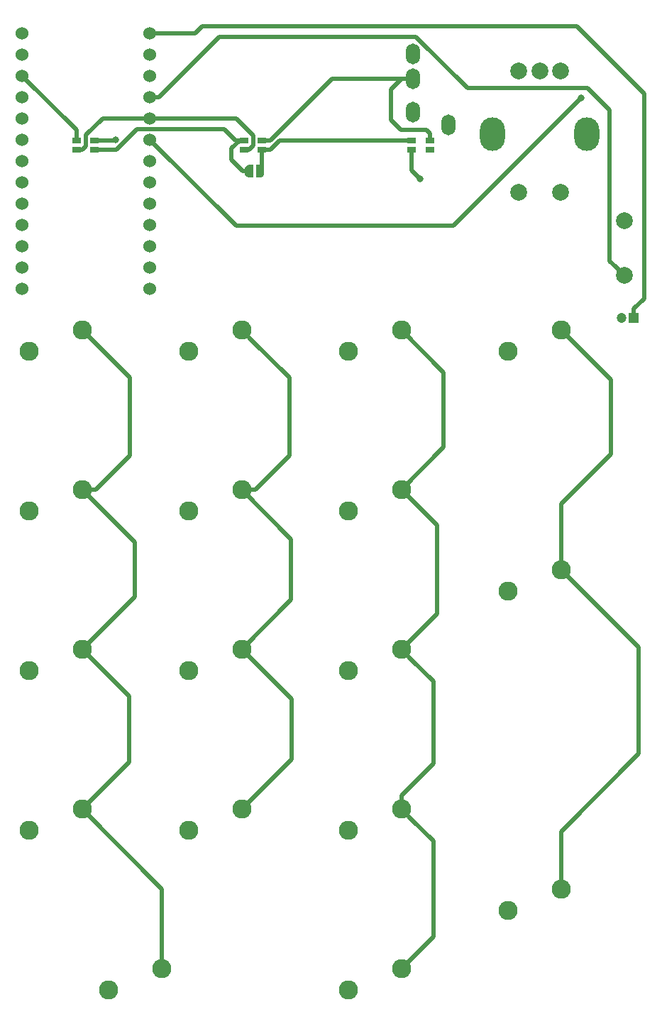
<source format=gtl>
G04 #@! TF.GenerationSoftware,KiCad,Pcbnew,(5.1.5)-3*
G04 #@! TF.CreationDate,2020-10-10T23:35:22+09:00*
G04 #@! TF.ProjectId,Pistachio_MacroPad,50697374-6163-4686-996f-5f4d6163726f,rev?*
G04 #@! TF.SameCoordinates,Original*
G04 #@! TF.FileFunction,Copper,L1,Top*
G04 #@! TF.FilePolarity,Positive*
%FSLAX46Y46*%
G04 Gerber Fmt 4.6, Leading zero omitted, Abs format (unit mm)*
G04 Created by KiCad (PCBNEW (5.1.5)-3) date 2020-10-10 23:35:22*
%MOMM*%
%LPD*%
G04 APERTURE LIST*
%ADD10C,2.286000*%
%ADD11R,1.000000X0.700000*%
%ADD12R,1.200000X1.200000*%
%ADD13C,1.200000*%
%ADD14C,0.100000*%
%ADD15O,3.000000X4.000000*%
%ADD16C,2.000000*%
%ADD17C,1.524000*%
%ADD18O,1.700000X2.500000*%
%ADD19C,0.800000*%
%ADD20C,0.500000*%
G04 APERTURE END LIST*
D10*
X37040000Y-120940000D03*
X43390000Y-118400000D03*
D11*
X44876800Y-39700000D03*
X44876800Y-38600000D03*
X42743200Y-38600000D03*
X42743200Y-39708800D03*
X62743200Y-39708800D03*
X62743200Y-38600000D03*
X64876800Y-38600000D03*
X64876800Y-39700000D03*
X82743200Y-39708800D03*
X82743200Y-38600000D03*
X84876800Y-38600000D03*
X84876800Y-39700000D03*
D12*
X109240000Y-59820000D03*
D13*
X107740000Y-59820000D03*
G04 #@! TA.AperFunction,SMDPad,CuDef*
D14*
G36*
X63830000Y-43040000D02*
G01*
X63330000Y-43040000D01*
X63330000Y-43039398D01*
X63305466Y-43039398D01*
X63256635Y-43034588D01*
X63208510Y-43025016D01*
X63161555Y-43010772D01*
X63116222Y-42991995D01*
X63072949Y-42968864D01*
X63032150Y-42941604D01*
X62994221Y-42910476D01*
X62959524Y-42875779D01*
X62928396Y-42837850D01*
X62901136Y-42797051D01*
X62878005Y-42753778D01*
X62859228Y-42708445D01*
X62844984Y-42661490D01*
X62835412Y-42613365D01*
X62830602Y-42564534D01*
X62830602Y-42540000D01*
X62830000Y-42540000D01*
X62830000Y-42040000D01*
X62830602Y-42040000D01*
X62830602Y-42015466D01*
X62835412Y-41966635D01*
X62844984Y-41918510D01*
X62859228Y-41871555D01*
X62878005Y-41826222D01*
X62901136Y-41782949D01*
X62928396Y-41742150D01*
X62959524Y-41704221D01*
X62994221Y-41669524D01*
X63032150Y-41638396D01*
X63072949Y-41611136D01*
X63116222Y-41588005D01*
X63161555Y-41569228D01*
X63208510Y-41554984D01*
X63256635Y-41545412D01*
X63305466Y-41540602D01*
X63330000Y-41540602D01*
X63330000Y-41540000D01*
X63830000Y-41540000D01*
X63830000Y-43040000D01*
G37*
G04 #@! TD.AperFunction*
G04 #@! TA.AperFunction,SMDPad,CuDef*
G36*
X64630000Y-41540602D02*
G01*
X64654534Y-41540602D01*
X64703365Y-41545412D01*
X64751490Y-41554984D01*
X64798445Y-41569228D01*
X64843778Y-41588005D01*
X64887051Y-41611136D01*
X64927850Y-41638396D01*
X64965779Y-41669524D01*
X65000476Y-41704221D01*
X65031604Y-41742150D01*
X65058864Y-41782949D01*
X65081995Y-41826222D01*
X65100772Y-41871555D01*
X65115016Y-41918510D01*
X65124588Y-41966635D01*
X65129398Y-42015466D01*
X65129398Y-42040000D01*
X65130000Y-42040000D01*
X65130000Y-42540000D01*
X65129398Y-42540000D01*
X65129398Y-42564534D01*
X65124588Y-42613365D01*
X65115016Y-42661490D01*
X65100772Y-42708445D01*
X65081995Y-42753778D01*
X65058864Y-42797051D01*
X65031604Y-42837850D01*
X65000476Y-42875779D01*
X64965779Y-42910476D01*
X64927850Y-42941604D01*
X64887051Y-42968864D01*
X64843778Y-42991995D01*
X64798445Y-43010772D01*
X64751490Y-43025016D01*
X64703365Y-43034588D01*
X64654534Y-43039398D01*
X64630000Y-43039398D01*
X64630000Y-43040000D01*
X64130000Y-43040000D01*
X64130000Y-41540000D01*
X64630000Y-41540000D01*
X64630000Y-41540602D01*
G37*
G04 #@! TD.AperFunction*
D10*
X37040000Y-63790000D03*
X43390000Y-61250000D03*
X62440000Y-61250000D03*
X56090000Y-63790000D03*
X75140000Y-63790000D03*
X81490000Y-61250000D03*
X94190000Y-63790000D03*
X100540000Y-61250000D03*
X43390000Y-80300000D03*
X37040000Y-82840000D03*
X56090000Y-82840000D03*
X62440000Y-80300000D03*
X81490000Y-80300000D03*
X75140000Y-82840000D03*
D15*
X103600000Y-37830000D03*
X92400000Y-37830000D03*
D16*
X95500000Y-30330000D03*
X98000000Y-30330000D03*
X100500000Y-30330000D03*
X95500000Y-44830000D03*
X100500000Y-44830000D03*
D10*
X43390000Y-99350000D03*
X37040000Y-101890000D03*
X62440000Y-99350000D03*
X56090000Y-101890000D03*
X75140000Y-101890000D03*
X81490000Y-99350000D03*
X94190000Y-92360000D03*
X100540000Y-89820000D03*
X62440000Y-118400000D03*
X56090000Y-120940000D03*
X75140000Y-120940000D03*
X81490000Y-118400000D03*
X52910000Y-137450000D03*
X46560000Y-139990000D03*
X75140000Y-139990000D03*
X81490000Y-137450000D03*
X100540000Y-127930000D03*
X94190000Y-130470000D03*
D17*
X36258600Y-28352000D03*
X36258600Y-30892000D03*
X36258600Y-33432000D03*
X36258600Y-35972000D03*
X36258600Y-38512000D03*
X36258600Y-41052000D03*
X36258600Y-43592000D03*
X36258600Y-46132000D03*
X36258600Y-48672000D03*
X36258600Y-51212000D03*
X36258600Y-53752000D03*
X36258600Y-56292000D03*
X51478600Y-56292000D03*
X51478600Y-53752000D03*
X51478600Y-51212000D03*
X51478600Y-48672000D03*
X51478600Y-46132000D03*
X51478600Y-43592000D03*
X51478600Y-41052000D03*
X51478600Y-38512000D03*
X51478600Y-35972000D03*
X51478600Y-33432000D03*
X51478600Y-30892000D03*
X51478600Y-28352000D03*
X51490000Y-25812000D03*
X36250000Y-25812000D03*
D18*
X82900000Y-28270000D03*
X82900000Y-31270000D03*
X82900000Y-35270000D03*
X87100000Y-36770000D03*
D16*
X108080000Y-54730000D03*
X108080000Y-48230000D03*
D19*
X47400000Y-38550000D03*
X102930000Y-33579996D03*
X83760000Y-43200000D03*
D20*
X81550000Y-31270000D02*
X80270000Y-32550000D01*
X80270000Y-32550000D02*
X80270000Y-36220000D01*
X80270000Y-36220000D02*
X81420000Y-37370000D01*
X84496800Y-37370000D02*
X84876800Y-37750000D01*
X84876800Y-37750000D02*
X84876800Y-38600000D01*
X81420000Y-37370000D02*
X84496800Y-37370000D01*
X44876800Y-38600000D02*
X47350000Y-38600000D01*
X47350000Y-38600000D02*
X47400000Y-38550000D01*
X81550000Y-31270000D02*
X82900000Y-31270000D01*
X73206800Y-31270000D02*
X81550000Y-31270000D01*
X65876800Y-38600000D02*
X73206800Y-31270000D01*
X64876800Y-38600000D02*
X65876800Y-38600000D01*
X87699996Y-48810000D02*
X102530001Y-33979995D01*
X102530001Y-33979995D02*
X102930000Y-33579996D01*
X51478600Y-38512000D02*
X61776600Y-48810000D01*
X61776600Y-48810000D02*
X87699996Y-48810000D01*
X61743200Y-38600000D02*
X62743200Y-38600000D01*
X49958002Y-37250000D02*
X60393200Y-37250000D01*
X60393200Y-37250000D02*
X61743200Y-38600000D01*
X44876800Y-39700000D02*
X47508002Y-39700000D01*
X47508002Y-39700000D02*
X49958002Y-37250000D01*
X62600000Y-42290000D02*
X63330000Y-42290000D01*
X61200000Y-40890000D02*
X62600000Y-42290000D01*
X61200000Y-39591998D02*
X61200000Y-40890000D01*
X62743200Y-38600000D02*
X62191998Y-38600000D01*
X62191998Y-38600000D02*
X61200000Y-39591998D01*
X42743200Y-37376600D02*
X42743200Y-38600000D01*
X36258600Y-30892000D02*
X42743200Y-37376600D01*
X82743200Y-39708800D02*
X82743200Y-42183200D01*
X82743200Y-42183200D02*
X83760000Y-43200000D01*
X50400970Y-35972000D02*
X51478600Y-35972000D01*
X43391200Y-39708800D02*
X43820000Y-39280000D01*
X43820000Y-37996798D02*
X45844798Y-35972000D01*
X43820000Y-39280000D02*
X43820000Y-37996798D01*
X42743200Y-39708800D02*
X43391200Y-39708800D01*
X45844798Y-35972000D02*
X50400970Y-35972000D01*
X63294402Y-39708800D02*
X63810000Y-39193202D01*
X62743200Y-39708800D02*
X63294402Y-39708800D01*
X52556230Y-35972000D02*
X51478600Y-35972000D01*
X61775202Y-35972000D02*
X52556230Y-35972000D01*
X63810000Y-38006798D02*
X61775202Y-35972000D01*
X63810000Y-39193202D02*
X63810000Y-38006798D01*
X81743200Y-38600000D02*
X82743200Y-38600000D01*
X65876800Y-39700000D02*
X66976800Y-38600000D01*
X66976800Y-38600000D02*
X81743200Y-38600000D01*
X64876800Y-39700000D02*
X65876800Y-39700000D01*
X64890000Y-39713200D02*
X64876800Y-39700000D01*
X64630000Y-42290000D02*
X64890000Y-42030000D01*
X64890000Y-42030000D02*
X64890000Y-39713200D01*
X109240000Y-58720000D02*
X110450000Y-57510000D01*
X109240000Y-59820000D02*
X109240000Y-58720000D01*
X110450000Y-57510000D02*
X110450000Y-33030000D01*
X110450000Y-33030000D02*
X102400000Y-24980000D01*
X102400000Y-24980000D02*
X57700000Y-24980000D01*
X56868000Y-25812000D02*
X51490000Y-25812000D01*
X57700000Y-24980000D02*
X56868000Y-25812000D01*
X52910000Y-127920000D02*
X43390000Y-118400000D01*
X52910000Y-137450000D02*
X52910000Y-127920000D01*
X43390000Y-118400000D02*
X48990000Y-112800000D01*
X48990000Y-104950000D02*
X43390000Y-99350000D01*
X48990000Y-112800000D02*
X48990000Y-104950000D01*
X43390000Y-99350000D02*
X49670000Y-93070000D01*
X49670000Y-86580000D02*
X43390000Y-80300000D01*
X49670000Y-93070000D02*
X49670000Y-86580000D01*
X45006446Y-80300000D02*
X49060000Y-76246446D01*
X43390000Y-80300000D02*
X45006446Y-80300000D01*
X49060000Y-66920000D02*
X43390000Y-61250000D01*
X49060000Y-76246446D02*
X49060000Y-66920000D01*
X62440000Y-118400000D02*
X68380000Y-112460000D01*
X68380000Y-105290000D02*
X62440000Y-99350000D01*
X68380000Y-112460000D02*
X68380000Y-105290000D01*
X62440000Y-99350000D02*
X68360000Y-93430000D01*
X68360000Y-86220000D02*
X62440000Y-80300000D01*
X68360000Y-93430000D02*
X68360000Y-86220000D01*
X64056446Y-80300000D02*
X68120000Y-76236446D01*
X62440000Y-80300000D02*
X64056446Y-80300000D01*
X63582999Y-62392999D02*
X62440000Y-61250000D01*
X68120000Y-66930000D02*
X63582999Y-62392999D01*
X68120000Y-76236446D02*
X68120000Y-66930000D01*
X85330901Y-122240901D02*
X82632999Y-119542999D01*
X85330901Y-133609099D02*
X85330901Y-122240901D01*
X82632999Y-119542999D02*
X81490000Y-118400000D01*
X81490000Y-137450000D02*
X85330901Y-133609099D01*
X85330901Y-103190901D02*
X82632999Y-100492999D01*
X81490000Y-116783554D02*
X85330901Y-112942653D01*
X82632999Y-100492999D02*
X81490000Y-99350000D01*
X85330901Y-112942653D02*
X85330901Y-103190901D01*
X81490000Y-118400000D02*
X81490000Y-116783554D01*
X81490000Y-99350000D02*
X85750000Y-95090000D01*
X85750000Y-84560000D02*
X81490000Y-80300000D01*
X85750000Y-95090000D02*
X85750000Y-84560000D01*
X81490000Y-80300000D02*
X86540000Y-75250000D01*
X86540000Y-66300000D02*
X81490000Y-61250000D01*
X86540000Y-75250000D02*
X86540000Y-66300000D01*
X100540000Y-89820000D02*
X100540000Y-81990000D01*
X100540000Y-81990000D02*
X106470000Y-76060000D01*
X106470000Y-67180000D02*
X100540000Y-61250000D01*
X106470000Y-76060000D02*
X106470000Y-67180000D01*
X109810000Y-111820000D02*
X109810000Y-99090000D01*
X109810000Y-99090000D02*
X101682999Y-90962999D01*
X100540000Y-127930000D02*
X100540000Y-121090000D01*
X101682999Y-90962999D02*
X100540000Y-89820000D01*
X100540000Y-121090000D02*
X109810000Y-111820000D01*
X107080001Y-53730001D02*
X108080000Y-54730000D01*
X106350000Y-53000000D02*
X107080001Y-53730001D01*
X103740000Y-32400000D02*
X106350000Y-35010000D01*
X106350000Y-35010000D02*
X106350000Y-53000000D01*
X52556230Y-33432000D02*
X59748230Y-26240000D01*
X51478600Y-33432000D02*
X52556230Y-33432000D01*
X83215998Y-26240000D02*
X89375998Y-32400000D01*
X59748230Y-26240000D02*
X83215998Y-26240000D01*
X89375998Y-32400000D02*
X103740000Y-32400000D01*
M02*

</source>
